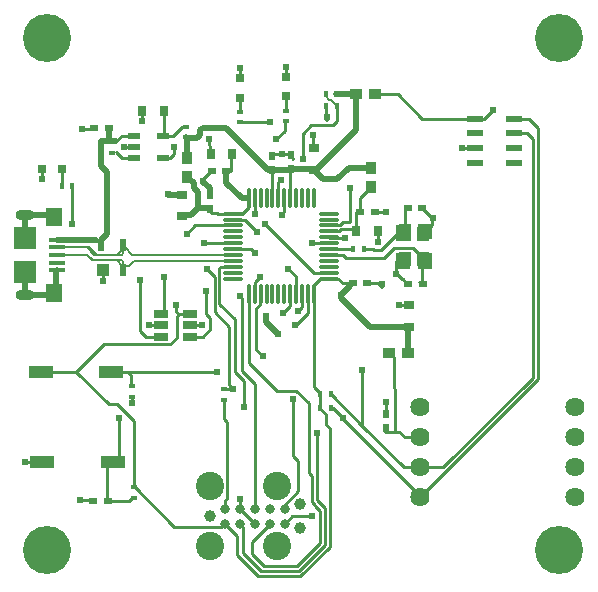
<source format=gtl>
G04 Layer_Physical_Order=1*
G04 Layer_Color=255*
%FSLAX25Y25*%
%MOIN*%
G70*
G01*
G75*
%ADD10R,0.02756X0.03543*%
%ADD11R,0.03150X0.02362*%
%ADD12R,0.02362X0.03150*%
%ADD13R,0.03543X0.02756*%
%ADD14R,0.02362X0.04331*%
%ADD15R,0.03937X0.04331*%
%ADD16R,0.03150X0.03150*%
%ADD17R,0.03150X0.03150*%
%ADD18R,0.07480X0.07480*%
%ADD19R,0.05512X0.06299*%
%ADD20R,0.05315X0.01575*%
%ADD21C,0.03150*%
%ADD22R,0.03740X0.03937*%
%ADD23R,0.03937X0.03740*%
%ADD24R,0.02362X0.01575*%
%ADD25R,0.01575X0.02362*%
%ADD26R,0.07874X0.03937*%
%ADD27R,0.04331X0.02362*%
%ADD28R,0.05118X0.02756*%
%ADD29O,0.07087X0.01181*%
%ADD30O,0.01181X0.07087*%
%ADD31R,0.05512X0.02362*%
%ADD32R,0.04331X0.04724*%
%ADD33C,0.01000*%
%ADD34C,0.02000*%
%ADD35C,0.00800*%
%ADD36R,0.05118X0.01575*%
%ADD37R,0.01181X0.05512*%
%ADD38R,0.01575X0.05512*%
%ADD39R,0.01181X0.05118*%
%ADD40R,0.05118X0.01181*%
%ADD41R,0.03937X0.01181*%
%ADD42C,0.16000*%
%ADD43O,0.06299X0.03543*%
%ADD44C,0.03937*%
%ADD45C,0.09449*%
%ADD46C,0.06402*%
%ADD47C,0.02400*%
D10*
X101943Y209500D02*
D03*
X94857D02*
D03*
X124843Y195100D02*
D03*
X117757D02*
D03*
X166157Y169400D02*
D03*
X173243D02*
D03*
D11*
X78838Y203700D02*
D03*
X83562D02*
D03*
X169762Y152000D02*
D03*
X165038D02*
D03*
X118038Y189300D02*
D03*
X122762D02*
D03*
X172262Y175900D02*
D03*
X167538D02*
D03*
X183538Y151900D02*
D03*
X188262D02*
D03*
X188062Y177000D02*
D03*
X183338D02*
D03*
X78538Y79500D02*
D03*
X83262D02*
D03*
D12*
X144500Y189938D02*
D03*
Y194662D02*
D03*
X138200Y194462D02*
D03*
Y189738D02*
D03*
X117400Y181362D02*
D03*
Y176638D02*
D03*
X176200Y103638D02*
D03*
Y108362D02*
D03*
D13*
X151900Y189857D02*
D03*
Y196943D02*
D03*
X108200Y174457D02*
D03*
Y181543D02*
D03*
X183700Y144643D02*
D03*
Y137557D02*
D03*
D14*
X81060Y164734D02*
D03*
X88540D02*
D03*
Y156466D02*
D03*
D15*
X81847D02*
D03*
D16*
X142700Y220800D02*
D03*
Y214304D02*
D03*
X127400Y220400D02*
D03*
Y213904D02*
D03*
D17*
X61400Y190000D02*
D03*
X67896D02*
D03*
D18*
X55869Y167127D02*
D03*
Y155709D02*
D03*
D19*
X65514Y174016D02*
D03*
Y148820D02*
D03*
D20*
X66400Y161418D02*
D03*
Y163977D02*
D03*
Y166536D02*
D03*
Y158859D02*
D03*
Y156300D02*
D03*
D21*
X122300Y71900D02*
D03*
X127300D02*
D03*
X132300D02*
D03*
X137300D02*
D03*
X142300D02*
D03*
Y76900D02*
D03*
X137300D02*
D03*
X132300D02*
D03*
X127300D02*
D03*
X122300D02*
D03*
D22*
X109800Y193850D02*
D03*
Y187550D02*
D03*
X171200Y190550D02*
D03*
Y184250D02*
D03*
D23*
X172350Y215200D02*
D03*
X166050D02*
D03*
X177150Y128700D02*
D03*
X183450D02*
D03*
D24*
X109500Y200628D02*
D03*
Y204172D02*
D03*
X84800Y198972D02*
D03*
Y195428D02*
D03*
X142700Y206028D02*
D03*
Y209572D02*
D03*
X127300Y209172D02*
D03*
Y205628D02*
D03*
X91400Y117772D02*
D03*
Y114228D02*
D03*
X91900Y80457D02*
D03*
Y84000D02*
D03*
X122200Y113228D02*
D03*
Y116772D02*
D03*
D25*
X155900Y215000D02*
D03*
X159443D02*
D03*
X156128Y211000D02*
D03*
X159672D02*
D03*
X154128Y115000D02*
D03*
X157672D02*
D03*
X154128Y110500D02*
D03*
X157672D02*
D03*
X68000Y184300D02*
D03*
X71543D02*
D03*
X165128Y163500D02*
D03*
X168672D02*
D03*
D26*
X60900Y122500D02*
D03*
X84522D02*
D03*
X61278Y92500D02*
D03*
X84900D02*
D03*
D27*
X92176Y201240D02*
D03*
Y197500D02*
D03*
Y193760D02*
D03*
X101624D02*
D03*
Y201240D02*
D03*
D28*
X101176Y141740D02*
D03*
Y138000D02*
D03*
Y134260D02*
D03*
X110624D02*
D03*
Y138000D02*
D03*
Y141740D02*
D03*
D29*
X157090Y153547D02*
D03*
Y155515D02*
D03*
Y157483D02*
D03*
Y159452D02*
D03*
Y161421D02*
D03*
Y163389D02*
D03*
Y165357D02*
D03*
Y167326D02*
D03*
Y169295D02*
D03*
Y171263D02*
D03*
Y173231D02*
D03*
Y175200D02*
D03*
X125200D02*
D03*
Y173231D02*
D03*
Y171263D02*
D03*
Y169295D02*
D03*
Y167326D02*
D03*
Y165357D02*
D03*
Y163389D02*
D03*
Y161421D02*
D03*
Y159452D02*
D03*
Y157483D02*
D03*
Y155515D02*
D03*
Y153547D02*
D03*
D30*
X151972Y180318D02*
D03*
X150003D02*
D03*
X148035D02*
D03*
X146066D02*
D03*
X144098D02*
D03*
X142129D02*
D03*
X140161D02*
D03*
X138192D02*
D03*
X136224D02*
D03*
X134255D02*
D03*
X132287D02*
D03*
X130318D02*
D03*
Y148428D02*
D03*
X132287D02*
D03*
X134255D02*
D03*
X136224D02*
D03*
X138192D02*
D03*
X140161D02*
D03*
X142129D02*
D03*
X144098D02*
D03*
X146066D02*
D03*
X148035D02*
D03*
X150003D02*
D03*
X151972D02*
D03*
D31*
X218792Y206921D02*
D03*
Y202000D02*
D03*
Y192157D02*
D03*
Y197079D02*
D03*
X205800D02*
D03*
Y192157D02*
D03*
Y202000D02*
D03*
Y206921D02*
D03*
D32*
X188502Y168500D02*
D03*
Y160035D02*
D03*
X182400D02*
D03*
Y168500D02*
D03*
D33*
X112463Y171263D02*
X125200D01*
X102000Y141740D02*
Y154100D01*
X187900Y152262D02*
Y160035D01*
X141500Y195100D02*
X144062D01*
X138838D02*
X141500D01*
X114244Y185900D02*
X114344Y186000D01*
X117644Y189300D02*
X118038D01*
X96916Y138000D02*
X101176D01*
X132287Y175075D02*
Y180318D01*
X55641Y92500D02*
X61278D01*
X91350Y112150D02*
Y114178D01*
X61400Y186725D02*
Y190000D01*
X142700Y220800D02*
Y224075D01*
X81847Y152601D02*
Y156466D01*
X74300Y79600D02*
X78438D01*
X176200Y108362D02*
Y112361D01*
X180228Y144643D02*
X183700D01*
X183144Y151900D02*
X183538D01*
X173243Y165928D02*
Y169400D01*
X172262Y175900D02*
X176111D01*
X169762Y152000D02*
X173461D01*
X94857Y206028D02*
Y209500D01*
X127300Y76900D02*
Y80175D01*
X144500Y194269D02*
X145181Y193587D01*
X144500Y194269D02*
Y194662D01*
X144062Y195100D02*
X144500Y194662D01*
X117200Y198086D02*
Y200100D01*
Y198086D02*
X117457Y197829D01*
X156300Y206324D02*
Y207300D01*
X156128Y206495D02*
X156300Y206324D01*
X174661Y150800D02*
X174700Y150839D01*
Y151800D01*
X181361Y153318D02*
X181726D01*
X183144Y151900D01*
X179679Y155000D02*
X181361Y153318D01*
X74200Y79700D02*
X74300Y79600D01*
X78438D02*
X78538Y79500D01*
X91300Y112100D02*
X91350Y112150D01*
Y114178D02*
X91400Y114228D01*
X110624Y138000D02*
X114700D01*
X159672Y206000D02*
Y211000D01*
X158272Y204600D02*
X159672Y206000D01*
X151172Y204600D02*
X158272D01*
X148500Y201928D02*
X151172Y204600D01*
X148500Y193400D02*
Y201928D01*
X140161Y185761D02*
X140900Y186500D01*
X140161Y180318D02*
Y185761D01*
X117457Y195100D02*
X117757D01*
X181865Y159500D02*
X182400Y160035D01*
X138200Y194462D02*
X138838Y195100D01*
X127300Y76900D02*
X132300Y71900D01*
X142300D02*
X144800Y74400D01*
X151400D01*
X179250Y155050D02*
X179300Y155000D01*
X187404Y80600D02*
Y80948D01*
X115500Y165357D02*
X125200D01*
X157672Y114600D02*
Y115000D01*
X168100Y104472D02*
X181972Y90600D01*
X168100Y104472D02*
Y123100D01*
X131000Y163389D02*
X132389Y162000D01*
X125200Y163389D02*
X131000D01*
X146115Y116224D02*
X150300Y112039D01*
X139615Y116224D02*
X146115D01*
X130318Y125521D02*
X139615Y116224D01*
X130318Y125521D02*
Y148428D01*
X132287D02*
Y152587D01*
X133900Y154200D01*
X127500Y147800D02*
X128100Y147200D01*
Y122700D02*
Y147200D01*
Y122700D02*
X132300Y118500D01*
Y76900D02*
Y118500D01*
X153000Y79769D02*
X155758Y77011D01*
X153000Y79769D02*
Y102000D01*
X128700Y110700D02*
Y119500D01*
X125645Y122555D02*
X128700Y119500D01*
X125645Y122555D02*
Y140055D01*
X120505Y145195D02*
X125645Y140055D01*
X120505Y145195D02*
Y156988D01*
X121000Y157483D01*
X125200D01*
X101624Y201240D02*
X101943D01*
X105200D02*
X108131Y204172D01*
X109500D01*
X105300Y195000D02*
Y197400D01*
X104060Y193760D02*
X105300Y195000D01*
X101624Y193760D02*
X104060D01*
X166157Y175900D02*
X167538D01*
X208721Y206921D02*
X211700Y209900D01*
X188200Y206921D02*
X208721D01*
X179921Y215200D02*
X188200Y206921D01*
X172350Y215200D02*
X179921D01*
X184934Y163801D02*
X187900Y160835D01*
Y152262D02*
X188262Y151900D01*
X182400Y177000D02*
X183338D01*
X179650Y168500D02*
X182400D01*
X83200Y79500D02*
X90543D01*
X91500Y80457D01*
X91900D01*
X83200Y92500D02*
X84900D01*
X86900Y106900D02*
X87100Y107100D01*
X84900Y92500D02*
X86900D01*
X151357Y165357D02*
X157090D01*
X116300Y156800D02*
X118900Y154200D01*
Y142277D02*
Y154200D01*
Y142277D02*
X123672Y137506D01*
Y118000D02*
Y137506D01*
Y118000D02*
X124900Y116772D01*
X122200D02*
X124900D01*
X142700Y209572D02*
Y214304D01*
X127300Y209172D02*
X127400D01*
X68000Y184300D02*
Y185500D01*
X67896Y185604D02*
X68000Y185500D01*
X67896Y185604D02*
Y190000D01*
X122300Y76900D02*
Y79500D01*
X123149Y80348D01*
Y105748D01*
X122200Y106697D02*
X123149Y105748D01*
X122200Y106697D02*
Y113228D01*
X86200Y195728D02*
X88169Y193760D01*
X92176D01*
X142129Y175929D02*
Y180318D01*
X141400Y175200D02*
X142129Y175929D01*
X141400Y174600D02*
Y175200D01*
X139500Y200000D02*
X142300Y202800D01*
Y206028D02*
X142700D01*
X127300Y205628D02*
X137472D01*
X164100Y172563D02*
Y183700D01*
X152085Y155515D02*
X157090D01*
X135700Y171900D02*
X152085Y155515D01*
X71543Y171900D02*
Y184300D01*
X165128Y163300D02*
Y163500D01*
X162511Y163389D02*
X162600Y163300D01*
X157090Y163389D02*
X162511D01*
X84522Y122500D02*
X90000D01*
X91000Y121500D01*
Y117772D02*
X91400D01*
X144098Y144398D02*
Y148428D01*
X141800Y142100D02*
X144098Y144398D01*
X90000Y122500D02*
X119700D01*
X160092Y153546D02*
X161638Y152000D01*
X151972Y151381D02*
X154137Y153546D01*
X138192Y188138D02*
X138200Y188146D01*
Y189738D01*
X154128Y110106D02*
X155887Y108348D01*
X105900Y144800D02*
X106168Y144532D01*
Y142572D02*
Y144532D01*
X107000Y141740D02*
X110624D01*
X104190Y131782D02*
X106293Y133885D01*
Y141033D02*
X107000Y141740D01*
X106293Y133885D02*
Y141033D01*
X81982Y131782D02*
X104190D01*
X72700Y122500D02*
X81982Y131782D01*
X91900Y84000D02*
X92294D01*
X101176Y141740D02*
X102000D01*
X129068Y173232D02*
X133100Y169200D01*
X125200Y173232D02*
X129068D01*
X96100Y134260D02*
X101176D01*
X94200Y136160D02*
X96100Y134260D01*
X94200Y136160D02*
Y153000D01*
X109600Y168400D02*
X112463Y171263D01*
X110624Y134260D02*
X115000D01*
X117400Y136660D01*
Y140577D01*
X116100Y141877D02*
X117400Y140577D01*
X116100Y141877D02*
Y149451D01*
X143466Y156900D02*
X146066Y154300D01*
Y148428D02*
Y154300D01*
X81060Y164734D02*
Y165000D01*
X79524Y166536D02*
X81060Y165000D01*
X86200Y199272D02*
X88169Y201240D01*
X92176D01*
X124500Y194757D02*
X124843Y195100D01*
X122762Y189300D02*
X124500D01*
X117400Y176244D02*
Y176638D01*
X125200Y175200D02*
X128153D01*
X130318Y177366D01*
X179300Y159500D02*
X181865D01*
X157972Y114600D02*
X168100Y104472D01*
X101943Y201240D02*
X105200D01*
X187187Y152581D02*
X187868Y151900D01*
X187900Y160035D02*
X188502D01*
X187868Y151900D02*
X187900D01*
X60900Y122500D02*
X72700D01*
X81060Y165000D02*
Y166500D01*
X117400Y176244D02*
X118081Y175563D01*
X119835D01*
X120164Y175235D01*
X125165D01*
X125200Y175200D01*
X114344Y186000D02*
X115100D01*
X130318Y177366D02*
Y180318D01*
X144098D02*
Y189535D01*
X151972Y117551D02*
X154128Y115394D01*
X138192Y180318D02*
Y188138D01*
X144098Y189535D02*
X144300Y189738D01*
X145181Y193587D02*
X145181D01*
X127400Y220400D02*
Y223675D01*
X101943Y201240D02*
Y209500D01*
X106168Y142572D02*
X107000Y141740D01*
X151972Y117551D02*
Y151381D01*
X154128Y110106D02*
Y115394D01*
X154137Y153546D02*
X160092D01*
X161638Y152000D02*
X164644D01*
X165038D01*
X91900Y84000D02*
Y106118D01*
X72700Y122500D02*
X83600Y111600D01*
X86418D01*
X91900Y106118D01*
X187187Y159323D02*
X187900Y160035D01*
X178588Y163801D02*
X184934D01*
X179300Y155000D02*
X179679D01*
X179250Y155050D02*
Y158264D01*
X179300Y155000D02*
Y159500D01*
X188502Y168500D02*
X191500Y171498D01*
X188062Y177000D02*
X191262Y173800D01*
X191500D01*
X191700D01*
X161600Y106752D02*
X187404Y80948D01*
X155887Y105013D02*
Y108348D01*
Y105013D02*
X157358Y103542D01*
X146700Y142600D02*
X148035Y143935D01*
Y148428D01*
X150003Y142085D02*
Y148428D01*
X146118Y138200D02*
X150003Y142085D01*
X145700Y138200D02*
X146118D01*
X145100Y94300D02*
Y113400D01*
Y94300D02*
X146700Y92700D01*
X142300Y76900D02*
Y78200D01*
X146700Y82600D01*
Y92700D01*
X152500Y77669D02*
X154118Y76050D01*
X152500Y77669D02*
Y78006D01*
X151400Y79106D02*
X152500Y78006D01*
X151400Y79106D02*
Y87700D01*
X150300Y88800D02*
X151400Y87700D01*
X150300Y88800D02*
Y112039D01*
X92294Y84000D02*
X105494Y70800D01*
X121200D01*
X122300Y71900D01*
X127300D02*
X128400Y70800D01*
X131300Y65900D02*
X137300Y71900D01*
X147500Y54300D02*
X157358Y64158D01*
Y103542D01*
X146937Y56000D02*
X155758Y64820D01*
Y77011D01*
X146274Y57600D02*
X154118Y65444D01*
Y76050D01*
X133500Y54300D02*
X147500D01*
X128400Y62000D02*
Y70800D01*
Y62000D02*
X134400Y56000D01*
X146937D01*
X131300Y61700D02*
Y65900D01*
Y61700D02*
X135400Y57600D01*
X146274D01*
X126400Y61400D02*
X133500Y54300D01*
X126400Y61400D02*
Y67800D01*
X122300Y71900D02*
X126400Y67800D01*
X74700Y203500D02*
X78638D01*
X78838Y203700D01*
X89000Y197500D02*
X92176D01*
X88800Y197300D02*
X89000Y197500D01*
X175578Y102622D02*
Y103016D01*
Y102622D02*
X175637Y102563D01*
X180430D02*
X182393Y100600D01*
X187404D01*
X178619Y117171D02*
Y127330D01*
X177249Y128700D02*
X178619Y127330D01*
X177150Y128700D02*
X177249D01*
X157672Y110500D02*
X158278Y110422D01*
X161600Y107100D01*
X132800Y129900D02*
X135100Y127600D01*
X133977Y144775D02*
Y148150D01*
X134255Y148428D01*
X132800Y129900D02*
Y143598D01*
X133977Y144775D01*
X187404Y80600D02*
X226800Y119996D01*
X218792Y206921D02*
X223679D01*
X226800Y203800D01*
Y119996D02*
Y203800D01*
X205721Y197000D02*
X205800Y197079D01*
X201400Y197000D02*
X205721D01*
X223200Y202000D02*
X225100Y200100D01*
X218792Y202000D02*
X223200D01*
X181972Y90600D02*
X195141D01*
X225100Y120559D01*
Y200100D01*
X178900Y103016D02*
Y116890D01*
X178619Y117171D02*
X178900Y116890D01*
X174650Y163500D02*
X179650Y168500D01*
X168672Y163500D02*
X171853D01*
X172125Y163228D01*
X174362D01*
X174634Y163500D01*
X174650D01*
X175287Y160500D02*
X178588Y163801D01*
X157090Y161420D02*
X161680D01*
X162600Y160500D01*
X175287D01*
X157090Y167326D02*
X157216Y167200D01*
X162300D01*
X157090Y171263D02*
X157368Y171541D01*
X161765Y172563D02*
X164100D01*
X157368Y171541D02*
X160743D01*
X161765Y172563D01*
X157090Y169294D02*
X160483D01*
X161130Y169941D01*
X161406D01*
X161490Y170026D01*
X165531D01*
X166157Y169400D01*
X167538Y175900D02*
Y180588D01*
X171200Y184250D01*
X182400Y168500D02*
Y177000D01*
X175637Y102563D02*
X180430D01*
X114344Y186000D02*
X117644Y189300D01*
X117457Y195100D02*
Y197829D01*
X173461Y152000D02*
X174661Y150800D01*
X151800Y196528D02*
Y201400D01*
X156128Y206495D02*
Y211000D01*
X191500Y171498D02*
Y173800D01*
X83200Y79500D02*
Y92500D01*
X86900D02*
Y106900D01*
X127400Y209172D02*
Y213904D01*
X124500Y189300D02*
Y194757D01*
X142300Y202800D02*
Y206028D01*
X162600Y163300D02*
X165128D01*
X157672Y114600D02*
X157972D01*
X91000Y117772D02*
Y121500D01*
X187900Y160035D02*
Y160835D01*
X166157Y169400D02*
Y175900D01*
D34*
X183450Y128700D02*
Y137557D01*
X65514Y148820D02*
X65957Y149263D01*
Y156087D01*
X55869Y148229D02*
X64924D01*
X55869D02*
Y155709D01*
Y167127D02*
Y174607D01*
X64924D01*
X65514Y174017D01*
X109800Y187452D02*
Y187550D01*
X117400Y176638D02*
Y176919D01*
X108578Y174835D02*
X111135D01*
X108200Y174457D02*
X108578Y174835D01*
X109800Y193850D02*
Y200328D01*
X103457Y181543D02*
X108200D01*
X103300Y181700D02*
X103457Y181543D01*
X117400Y181362D02*
Y183600D01*
X109500Y200628D02*
X109628Y200500D01*
X113075D01*
X114100Y201525D01*
Y203100D01*
X114900Y203900D01*
X122700D01*
X136862Y189738D01*
X138200D01*
X109628Y200500D02*
X109800Y200328D01*
X144500Y189938D02*
X151819D01*
X151900Y189857D01*
X152657D01*
X166050Y203250D01*
Y215200D01*
X159443Y215000D02*
X165850D01*
X166050Y215200D01*
X151900Y189857D02*
X155057Y186700D01*
X157000D01*
X164105Y151461D02*
X164644Y152000D01*
X65957Y156087D02*
X66400Y156300D01*
Y166536D02*
X79524D01*
X109800Y187452D02*
X111900Y185352D01*
X111135Y174835D02*
X113400Y177100D01*
X117219D02*
X117400Y176919D01*
X113400Y177100D02*
Y182400D01*
Y177100D02*
X117219D01*
X115100Y185900D02*
X117400Y183600D01*
X115100Y185900D02*
Y186000D01*
X111900Y183900D02*
X113400Y182400D01*
X111900Y183900D02*
Y185352D01*
X122762Y185438D02*
Y189300D01*
Y185438D02*
X127882Y180318D01*
X130096D01*
X138200Y189738D02*
X144300D01*
X144500Y189938D01*
X164105Y151013D02*
Y151461D01*
X161200Y148108D02*
X164105Y151013D01*
X161200Y148000D02*
Y148108D01*
X81060Y166500D02*
X82912Y168352D01*
Y189188D01*
X83562Y200062D02*
Y203700D01*
X82772Y199272D02*
X83562Y200062D01*
X81100Y191000D02*
X82912Y189188D01*
X81100Y191000D02*
Y199200D01*
X81172Y199272D01*
X82772D01*
X136100Y139200D02*
X140200Y135100D01*
X136100Y139200D02*
Y141000D01*
X161200Y147100D02*
Y148000D01*
Y147100D02*
X170743Y137557D01*
X183450D01*
X157000Y186700D02*
X159700D01*
X163550Y190550D01*
X171200D01*
X82772Y199272D02*
X86200D01*
D35*
X78232Y159632D02*
X86369D01*
X88200Y157800D01*
X91952Y159452D02*
X125200D01*
X90300Y157800D02*
X91952Y159452D01*
X95425Y161420D02*
X125200D01*
X95414Y161431D02*
X95425Y161420D01*
X91523Y161431D02*
X95414D01*
X88977Y163977D02*
X91523Y161431D01*
X79602D02*
X86431D01*
X78879Y162154D02*
Y162164D01*
X77065Y163977D02*
X78879Y162164D01*
X159672Y211000D02*
Y211165D01*
X157656Y213181D02*
X159672Y211165D01*
X157000Y213181D02*
X157656D01*
X155900Y214281D02*
X157000Y213181D01*
X155900Y214281D02*
Y215000D01*
X88116Y161516D02*
X88540Y161940D01*
X76323Y163977D02*
X78784Y161516D01*
X76400Y161418D02*
X78118Y159700D01*
X88000D02*
X88540Y159160D01*
X78879Y162154D02*
X79602Y161431D01*
X78784Y161516D02*
X88116D01*
X66400Y163977D02*
X77065D01*
X86431Y161431D02*
X88977Y163977D01*
X88540Y161940D02*
Y164734D01*
X76445Y161418D02*
X78232Y159632D01*
X78118Y159700D02*
X88000D01*
X66400Y161418D02*
X76445D01*
X88540Y156466D02*
Y159160D01*
X88200Y157800D02*
X90300D01*
D36*
X188896Y157476D02*
D03*
X181809Y157476D02*
D03*
D37*
X190865Y159445D02*
D03*
D38*
X180038Y159445D02*
D03*
X180038Y168894D02*
D03*
D39*
X190865Y169090D02*
D03*
D40*
X188896Y171059D02*
D03*
D41*
X182400Y171059D02*
D03*
D42*
X62992Y233858D02*
D03*
X233858D02*
D03*
X62992Y62992D02*
D03*
X233858D02*
D03*
D43*
X55869Y174607D02*
D03*
Y148229D02*
D03*
D44*
X117300Y74400D02*
D03*
X147300Y70400D02*
D03*
Y78400D02*
D03*
D45*
X117300Y84400D02*
D03*
X139800D02*
D03*
X117300Y64400D02*
D03*
X139800D02*
D03*
D46*
X238900Y110600D02*
D03*
Y100600D02*
D03*
Y90600D02*
D03*
Y80600D02*
D03*
X187404D02*
D03*
Y90600D02*
D03*
Y100600D02*
D03*
Y110600D02*
D03*
D47*
X96916Y138000D02*
D03*
X132287Y175075D02*
D03*
X55641Y92500D02*
D03*
X61400Y186725D02*
D03*
X127400Y223675D02*
D03*
X142700Y224075D02*
D03*
X81847Y152601D02*
D03*
X180228Y144643D02*
D03*
X173243Y165928D02*
D03*
X94857Y206028D02*
D03*
X127300Y80175D02*
D03*
X141500Y195100D02*
D03*
X117200Y200100D02*
D03*
X103300Y181700D02*
D03*
X156300Y207300D02*
D03*
X151800Y201400D02*
D03*
X157000Y186700D02*
D03*
X161200Y148000D02*
D03*
X174700Y151800D02*
D03*
X179300Y155000D02*
D03*
X176200Y112361D02*
D03*
X74200Y79700D02*
D03*
X91300Y112100D02*
D03*
X176111Y175900D02*
D03*
X114700Y138000D02*
D03*
X148500Y193400D02*
D03*
X140900Y186500D02*
D03*
X151400Y74400D02*
D03*
X115500Y165357D02*
D03*
X161600Y107100D02*
D03*
X168100Y123100D02*
D03*
X132389Y162000D02*
D03*
X133900Y154200D02*
D03*
X127500Y147800D02*
D03*
X135100Y127600D02*
D03*
X145100Y113400D02*
D03*
X153000Y102000D02*
D03*
X128700Y110700D02*
D03*
X105300Y197400D02*
D03*
X211700Y209900D02*
D03*
X124900Y116772D02*
D03*
X87100Y107100D02*
D03*
X151357Y165357D02*
D03*
X116300Y156800D02*
D03*
X141400Y174600D02*
D03*
X139500Y200000D02*
D03*
X137472Y205628D02*
D03*
X164100Y183700D02*
D03*
X135700Y171900D02*
D03*
X71543D02*
D03*
X141800Y142100D02*
D03*
X119700Y122500D02*
D03*
X105900Y144800D02*
D03*
X102000Y154100D02*
D03*
X133100Y169200D02*
D03*
X94200Y153000D02*
D03*
X109600Y168400D02*
D03*
X116100Y149451D02*
D03*
X143466Y156900D02*
D03*
X115100Y186000D02*
D03*
X191700Y173800D02*
D03*
X146700Y142600D02*
D03*
X145700Y138200D02*
D03*
X74700Y203500D02*
D03*
X88800Y197300D02*
D03*
X140200Y135100D02*
D03*
X136100Y141000D02*
D03*
X201400Y197000D02*
D03*
X162300Y167200D02*
D03*
M02*

</source>
